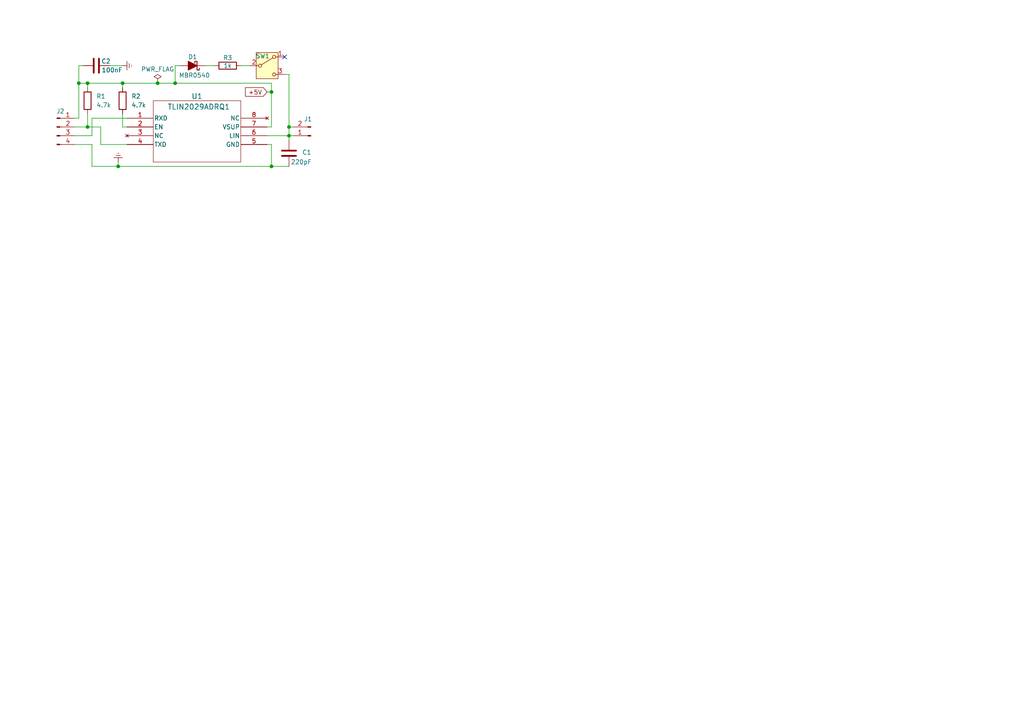
<source format=kicad_sch>
(kicad_sch (version 20250114) (generator "eeschema") (generator_version "9.0")
  (paper "A4")
  (title_block (title "LINBoard") (date "2025-11-15") (rev "v1.0") (company "RaphWeb"))
  (lib_symbols
    (symbol "2025-11-15_09-14-30:TLIN2029ADRQ1" (pin_names (offset 0.254))
      (property "Reference" "U" (at 20.32 10.16 0))
      (property "Value" "TLIN2029ADRQ1" (at 20.32 7.62 0))
      (symbol "TLIN2029ADRQ1_0_1"
        (polyline (pts (xy 7.62 5.08) (xy 7.62 -12.7)) (stroke (width 0.127)))
        (polyline (pts (xy 7.62 -12.7) (xy 33.02 -12.7)) (stroke (width 0.127)))
        (polyline (pts (xy 33.02 5.08) (xy 7.62 5.08)) (stroke (width 0.127)))
        (polyline (pts (xy 33.02 -12.7) (xy 33.02 5.08)) (stroke (width 0.127)))
        (pin output line (at 0 0 0) (length 7.62) (name "RXD") (number "1"))
        (pin input line (at 0 -2.54 0) (length 7.62) (name "EN") (number "2"))
        (pin no_connect line (at 0 -5.08 0) (length 7.62) (name "NC") (number "3"))
        (pin input line (at 0 -7.62 0) (length 7.62) (name "TXD") (number "4"))
        (pin no_connect line (at 40.64 0 180) (length 7.62) (name "NC") (number "8"))
        (pin power_in line (at 40.64 -2.54 180) (length 7.62) (name "VSUP") (number "7"))
        (pin bidirectional line (at 40.64 -5.08 180) (length 7.62) (name "LIN") (number "6"))
        (pin power_out line (at 40.64 -7.62 180) (length 7.62) (name "GND") (number "5"))
      )
    )
    (symbol "Connector:Conn_01x02_Pin" (pin_names (offset 1.016) (hide yes))
      (property "Reference" "J" (at 0 2.54 0))
      (property "Value" "Conn_01x02_Pin" (at 0 -5.08 0))
      (symbol "Conn_01x02_Pin_1_1"
        (rectangle (start 0.8636 0.127) (end 0 -0.127) (stroke (width 0.1524)) (fill (type outline)))
        (rectangle (start 0.8636 -2.413) (end 0 -2.667) (stroke (width 0.1524)) (fill (type outline)))
        (polyline (pts (xy 1.27 0) (xy 0.8636 0)) (stroke (width 0.1524)))
        (polyline (pts (xy 1.27 -2.54) (xy 0.8636 -2.54)) (stroke (width 0.1524)))
        (pin passive line (at 5.08 0 180) (length 3.81) (name "Pin_1") (number "1"))
        (pin passive line (at 5.08 -2.54 180) (length 3.81) (name "Pin_2") (number "2"))
      )
    )
    (symbol "Connector:Conn_01x04_Pin" (pin_names (offset 1.016) (hide yes))
      (property "Reference" "J" (at 0 5.08 0))
      (property "Value" "Conn_01x04_Pin" (at 0 -7.62 0))
      (symbol "Conn_01x04_Pin_1_1"
        (rectangle (start 0.8636 2.667) (end 0 2.413) (stroke (width 0.1524)) (fill (type outline)))
        (rectangle (start 0.8636 0.127) (end 0 -0.127) (stroke (width 0.1524)) (fill (type outline)))
        (rectangle (start 0.8636 -2.413) (end 0 -2.667) (stroke (width 0.1524)) (fill (type outline)))
        (rectangle (start 0.8636 -4.953) (end 0 -5.207) (stroke (width 0.1524)) (fill (type outline)))
        (polyline (pts (xy 1.27 2.54) (xy 0.8636 2.54)) (stroke (width 0.1524)))
        (polyline (pts (xy 1.27 0) (xy 0.8636 0)) (stroke (width 0.1524)))
        (polyline (pts (xy 1.27 -2.54) (xy 0.8636 -2.54)) (stroke (width 0.1524)))
        (polyline (pts (xy 1.27 -5.08) (xy 0.8636 -5.08)) (stroke (width 0.1524)))
        (pin passive line (at 5.08 2.54 180) (length 3.81) (name "Pin_1") (number "1"))
        (pin passive line (at 5.08 0 180) (length 3.81) (name "Pin_2") (number "2"))
        (pin passive line (at 5.08 -2.54 180) (length 3.81) (name "Pin_3") (number "3"))
        (pin passive line (at 5.08 -5.08 180) (length 3.81) (name "Pin_4") (number "4"))
      )
    )
    (symbol "PCM_Capacitor_AKL:C_0805" (pin_numbers (hide yes)) (pin_names (offset 0.254))
      (property "Reference" "C" (at 0.635 2.54 0))
      (property "Value" "C_0805" (at 0.635 -2.54 0))
      (symbol "C_0805_0_1"
        (polyline (pts (xy -2.032 0.762) (xy 2.032 0.762)) (stroke (width 0.508)))
        (polyline (pts (xy -2.032 -0.762) (xy 2.032 -0.762)) (stroke (width 0.508)))
      )
      (symbol "C_0805_0_2"
        (polyline (pts (xy -2.54 -2.54) (xy -0.381 -0.381)))
        (polyline (pts (xy -0.508 -0.508) (xy -1.651 0.635)) (stroke (width 0.508)))
        (polyline (pts (xy -0.508 -0.508) (xy 0.635 -1.651)) (stroke (width 0.508)))
        (polyline (pts (xy 0.381 0.381) (xy 2.54 2.54)))
        (polyline (pts (xy 0.508 0.508) (xy -0.635 1.651)) (stroke (width 0.508)))
        (polyline (pts (xy 0.508 0.508) (xy 1.651 -0.635)) (stroke (width 0.508)))
      )
      (symbol "C_0805_1_1"
        (pin passive line (at 0 3.81 270) (length 2.794) (name "~") (number "1"))
        (pin passive line (at 0 -3.81 90) (length 2.794) (name "~") (number "2"))
      )
      (symbol "C_0805_1_2"
        (pin passive line (at -2.54 -2.54 90) (length 0) (name "~") (number "2"))
        (pin passive line (at 2.54 2.54 270) (length 0) (name "~") (number "1"))
      )
    )
    (symbol "PCM_Diode_Schottky_AKL:MBR0540" (pin_numbers (hide yes)) (pin_names (offset 1.016) (hide yes))
      (property "Reference" "D" (at 0 5.08 0))
      (property "Value" "MBR0540" (at 0 2.54 0))
      (symbol "MBR0540_0_1"
        (polyline (pts (xy -1.27 0) (xy 1.27 0)))
        (polyline (pts (xy -1.27 -1.27) (xy -1.27 1.27) (xy 1.27 0) (xy -1.27 -1.27)) (stroke (width 0.254)) (fill (type outline)))
        (polyline (pts (xy 1.905 -0.762) (xy 1.905 -1.27) (xy 1.27 -1.27) (xy 1.27 1.27) (xy 0.635 1.27) (xy 0.635 0.762)) (stroke (width 0.254)))
      )
      (symbol "MBR0540_0_2"
        (polyline (pts (xy -2.54 -2.54) (xy 2.54 2.54)))
        (polyline (pts (xy -0.889 -0.889) (xy -1.778 0) (xy 0.889 0.889) (xy 0 -1.778) (xy -0.889 -0.889)) (stroke (width 0.254)) (fill (type outline)))
        (polyline (pts (xy 0 1.778) (xy 1.778 0)) (stroke (width 0.254)))
        (polyline (pts (xy 0 1.778) (xy -0.381 1.397) (xy 0 1.016)) (stroke (width 0.254)))
        (polyline (pts (xy 1.778 0) (xy 2.159 0.381) (xy 1.778 0.762)) (stroke (width 0.254)))
      )
      (symbol "MBR0540_1_1"
        (pin passive line (at -3.81 0 0) (length 2.54) (name "A") (number "2"))
        (pin passive line (at 3.81 0 180) (length 2.54) (name "K") (number "1"))
      )
      (symbol "MBR0540_1_2"
        (pin passive line (at -2.54 -2.54 0) (length 0) (name "A") (number "2"))
        (pin passive line (at 2.54 2.54 180) (length 0) (name "K") (number "1"))
      )
    )
    (symbol "PCM_Resistor_AKL:R_0805" (pin_numbers (hide yes)) (pin_names (offset 0))
      (property "Reference" "R" (at 2.54 1.27 0))
      (property "Value" "R_0805" (at 2.54 -1.27 0))
      (symbol "R_0805_0_1"
        (rectangle (start -1.016 2.54) (end 1.016 -2.54) (stroke (width 0.254)))
      )
      (symbol "R_0805_0_2"
        (polyline (pts (xy -2.54 -2.54) (xy -1.524 -1.524)))
        (polyline (pts (xy 1.524 1.524) (xy 2.54 2.54)))
        (polyline (pts (xy 1.524 1.524) (xy 0.889 2.159) (xy -2.159 -0.889) (xy -0.889 -2.159) (xy 2.159 0.889) (xy 1.524 1.524)) (stroke (width 0.254)))
      )
      (symbol "R_0805_1_1"
        (pin passive line (at 0 3.81 270) (length 1.27) (name "~") (number "1"))
        (pin passive line (at 0 -3.81 90) (length 1.27) (name "~") (number "2"))
      )
      (symbol "R_0805_1_2"
        (pin passive line (at -2.54 -2.54 0) (length 0) (name "") (number "2"))
        (pin passive line (at 2.54 2.54 180) (length 0) (name "") (number "1"))
      )
    )
    (symbol "Switch:SW_SPDT" (pin_names (offset 0) (hide yes))
      (property "Reference" "SW" (at 0 5.08 0))
      (property "Value" "SW_SPDT" (at 0 -5.08 0))
      (symbol "SW_SPDT_0_1"
        (circle (center -2.032 0) (radius 0.4572))
        (polyline (pts (xy -1.651 0.254) (xy 1.651 2.286)))
        (circle (center 2.032 2.54) (radius 0.4572))
        (circle (center 2.032 -2.54) (radius 0.4572))
      )
      (symbol "SW_SPDT_1_1"
        (rectangle (start -3.175 3.81) (end 3.175 -3.81) (fill (type background)))
        (pin passive line (at -5.08 0 0) (length 2.54) (name "B") (number "2"))
        (pin passive line (at 5.08 2.54 180) (length 2.54) (name "A") (number "1"))
        (pin passive line (at 5.08 -2.54 180) (length 2.54) (name "C") (number "3"))
      )
    )
    (symbol "power:GNDREF" (power) (pin_numbers (hide yes)) (pin_names (offset 0) (hide yes))
      (property "Value" "GNDREF" (at 0 -3.81 0))
      (symbol "GNDREF_0_1"
        (polyline (pts (xy -0.635 -1.905) (xy 0.635 -1.905)))
        (polyline (pts (xy -0.127 -2.54) (xy 0.127 -2.54)))
        (polyline (pts (xy 0 -1.27) (xy 0 0)))
        (polyline (pts (xy 1.27 -1.27) (xy -1.27 -1.27)))
      )
      (symbol "GNDREF_1_1"
        (pin power_in line (at 0 0 270) (length 0) (name "~") (number "1"))
      )
    )
    (symbol "power:PWR_FLAG" (power) (pin_numbers (hide yes)) (pin_names (offset 0) (hide yes))
      (property "Value" "PWR_FLAG" (at 0 3.81 0))
      (symbol "PWR_FLAG_0_0"
        (pin power_out line (at 0 0 90) (length 0) (name "~") (number "1"))
      )
      (symbol "PWR_FLAG_0_1"
        (polyline (pts (xy 0 0) (xy 0 1.27) (xy -1.016 1.905) (xy 0 2.54) (xy 1.016 1.905) (xy 0 1.27)))
      )
    )
  )
  (junction (at 50.8 24.13))
  (junction (at 22.86 24.13))
  (junction (at 83.82 39.37))
  (junction (at 78.74 26.67))
  (junction (at 35.56 24.13))
  (junction (at 34.29 48.26))
  (junction (at 83.82 36.83))
  (junction (at 25.4 36.83))
  (junction (at 78.74 48.26))
  (junction (at 25.4 24.13))
  (junction (at 45.72 24.13))
  (no_connect (at 82.55 16.51))
  (wire (pts (xy 35.56 25.4) (xy 35.56 24.13)))
  (wire (pts (xy 78.74 24.13) (xy 50.8 24.13)))
  (wire (pts (xy 34.29 48.26) (xy 78.74 48.26)))
  (wire (pts (xy 22.86 24.13) (xy 22.86 34.29)))
  (wire (pts (xy 45.72 24.13) (xy 50.8 24.13)))
  (wire (pts (xy 26.67 41.91) (xy 26.67 48.26)))
  (wire (pts (xy 29.21 36.83) (xy 29.21 41.91)))
  (wire (pts (xy 29.21 41.91) (xy 36.83 41.91)))
  (wire (pts (xy 21.59 36.83) (xy 25.4 36.83)))
  (wire (pts (xy 35.56 24.13) (xy 45.72 24.13)))
  (wire (pts (xy 83.82 21.59) (xy 82.55 21.59)))
  (wire (pts (xy 77.47 26.67) (xy 78.74 26.67)))
  (wire (pts (xy 83.82 36.83) (xy 85.09 36.83)))
  (wire (pts (xy 69.85 19.05) (xy 72.39 19.05)))
  (wire (pts (xy 35.56 33.02) (xy 35.56 36.83)))
  (wire (pts (xy 83.82 40.64) (xy 83.82 39.37)))
  (wire (pts (xy 50.8 24.13) (xy 50.8 19.05)))
  (wire (pts (xy 77.47 36.83) (xy 78.74 36.83)))
  (wire (pts (xy 78.74 41.91) (xy 78.74 48.26)))
  (wire (pts (xy 78.74 48.26) (xy 83.82 48.26)))
  (wire (pts (xy 21.59 41.91) (xy 26.67 41.91)))
  (wire (pts (xy 78.74 26.67) (xy 78.74 24.13)))
  (wire (pts (xy 25.4 33.02) (xy 25.4 36.83)))
  (wire (pts (xy 78.74 36.83) (xy 78.74 26.67)))
  (wire (pts (xy 50.8 19.05) (xy 52.07 19.05)))
  (wire (pts (xy 31.75 19.05) (xy 35.56 19.05)))
  (wire (pts (xy 22.86 19.05) (xy 22.86 24.13)))
  (wire (pts (xy 21.59 39.37) (xy 26.67 39.37)))
  (wire (pts (xy 25.4 25.4) (xy 25.4 24.13)))
  (wire (pts (xy 35.56 36.83) (xy 36.83 36.83)))
  (wire (pts (xy 59.69 19.05) (xy 62.23 19.05)))
  (wire (pts (xy 26.67 39.37) (xy 26.67 34.29)))
  (wire (pts (xy 34.29 48.26) (xy 34.29 46.99)))
  (wire (pts (xy 77.47 41.91) (xy 78.74 41.91)))
  (wire (pts (xy 22.86 19.05) (xy 24.13 19.05)))
  (wire (pts (xy 77.47 39.37) (xy 83.82 39.37)))
  (wire (pts (xy 26.67 34.29) (xy 36.83 34.29)))
  (wire (pts (xy 83.82 21.59) (xy 83.82 36.83)))
  (wire (pts (xy 26.67 48.26) (xy 34.29 48.26)))
  (wire (pts (xy 83.82 36.83) (xy 83.82 39.37)))
  (wire (pts (xy 83.82 39.37) (xy 85.09 39.37)))
  (wire (pts (xy 22.86 24.13) (xy 25.4 24.13)))
  (wire (pts (xy 22.86 34.29) (xy 21.59 34.29)))
  (wire (pts (xy 25.4 36.83) (xy 29.21 36.83)))
  (wire (pts (xy 35.56 24.13) (xy 25.4 24.13)))
  (global_label "+5V" (shape input) (at 77.47 26.67 180) (property "Intersheetrefs" "${INTERSHEET_REFS}" (effects (hide yes))))
  (symbol (lib_id "PCM_Capacitor_AKL:C_0805") (at 83.82 44.45 0) (unit 1)
    (property "Reference" "C1" (at 87.63 44.196 0) (effects (justify left)))
    (property "Value" "220pF" (at 84.328 46.99 0) (effects (justify left)))
    (property "Footprint" "Capacitor_SMD:C_0805_2012Metric" (effects (hide yes)))
    (property "Description" "SMD 0805 MLCC capacitor, Alternate KiCad Library" (effects (hide yes)))
  )
  (symbol (lib_id "power:GNDREF") (at 35.56 19.05 90) (unit 1)
    (property "Reference" "#PWR02" (effects (hide yes)))
    (property "Value" "GNDREF" (effects (hide yes)))
    (property "Description" "Power symbol creates a global label with name \"GNDREF\" , reference supply ground" (effects (hide yes)))
  )
  (symbol (lib_id "PCM_Resistor_AKL:R_0805") (at 35.56 29.21 0) (unit 1)
    (property "Reference" "R2" (at 38.1 27.9399 0) (effects (justify left)))
    (property "Value" "4.7k" (at 38.1 30.4799 0) (effects (justify left)))
    (property "Footprint" "Resistor_SMD:R_0805_2012Metric" (effects (hide yes)))
    (property "Description" "SMD 0805 Chip Resistor, European Symbol, Alternate KiCad Library" (effects (hide yes)))
  )
  (symbol (lib_id "2025-11-15_09-14-30:TLIN2029ADRQ1") (at 36.83 34.29 0) (unit 1)
    (property "Reference" "U1" (at 57.15 27.94 0) (effects (font (size 1.524 1.524))))
    (property "Value" "TLIN2029ADRQ1" (at 57.658 30.988 0) (effects (font (size 1.524 1.524))))
    (property "Footprint" "TLIN2029ADRQ1:SOIC8_D_TEX" (effects (hide yes)))
    (property "Datasheet" "https://www.ti.com/lit/gpn/tlin2029a-q1" (effects (hide yes)))
  )
  (symbol (lib_id "Connector:Conn_01x02_Pin") (at 90.17 39.37 180) (unit 1)
    (property "Reference" "J1" (at 88.138 34.544 0) (effects (justify right)))
    (property "Value" "Conn_01x02_Pin" (effects (hide yes)))
    (property "Footprint" "Connector_PinHeader_2.54mm:PinHeader_1x02_P2.54mm_Vertical" (effects (hide yes)))
    (property "Description" "Generic connector, single row, 01x02, script generated" (effects (hide yes)))
  )
  (symbol (lib_id "power:GNDREF") (at 34.29 46.99 180) (unit 1)
    (property "Reference" "#PWR01" (effects (hide yes)))
    (property "Value" "GNDREF" (effects (hide yes)))
    (property "Description" "Power symbol creates a global label with name \"GNDREF\" , reference supply ground" (effects (hide yes)))
  )
  (symbol (lib_id "PCM_Resistor_AKL:R_0805") (at 66.04 19.05 90) (unit 1)
    (property "Reference" "R3" (at 66.04 16.764 90))
    (property "Value" "1k" (at 66.04 19.05 90))
    (property "Footprint" "Resistor_SMD:R_0805_2012Metric" (effects (hide yes)))
    (property "Description" "SMD 0805 Chip Resistor, European Symbol, Alternate KiCad Library" (effects (hide yes)))
  )
  (symbol (lib_id "power:PWR_FLAG") (at 45.72 24.13 0) (unit 1)
    (property "Reference" "#FLG01" (effects (hide yes)))
    (property "Value" "PWR_FLAG" (at 45.72 20.066 0))
    (property "Description" "Special symbol for telling ERC where power comes from" (effects (hide yes)))
  )
  (symbol (lib_id "PCM_Capacitor_AKL:C_0805") (at 27.94 19.05 90) (unit 1)
    (property "Reference" "C2" (at 30.734 17.78 90))
    (property "Value" "100nF" (at 32.512 20.32 90))
    (property "Footprint" "Capacitor_SMD:C_0805_2012Metric" (effects (hide yes)))
    (property "Description" "SMD 0805 MLCC capacitor, Alternate KiCad Library" (effects (hide yes)))
  )
  (symbol (lib_id "Switch:SW_SPDT") (at 77.47 19.05 0) (unit 1)
    (property "Reference" "SW1" (at 76.2 16.256 0))
    (property "Value" "SW_SPDT" (effects (hide yes)))
    (property "Footprint" "SW_SPDT_Shouhan_MSK12C02:SW_SPDT_Shouhan_MSK12C02" (effects (hide yes)))
    (property "Description" "Switch, single pole double throw" (effects (hide yes)))
  )
  (symbol (lib_id "PCM_Diode_Schottky_AKL:MBR0540") (at 55.88 19.05 0) (unit 1)
    (property "Reference" "D1" (at 55.88 16.51 0))
    (property "Value" "MBR0540" (at 56.388 21.844 0))
    (property "Footprint" "Diode_SMD:D_SOD-123" (effects (hide yes)))
    (property "Datasheet" "https://www.tme.eu/Document/297dc4ce1d753c2d625b0cefcaf1d677/MBR0540.pdf" (effects (hide yes)))
    (property "Description" "SOD-123 Schottky diode, 40V, 0.5A, Alternate KiCAD Library" (effects (hide yes)))
  )
  (symbol (lib_id "PCM_Resistor_AKL:R_0805") (at 25.4 29.21 0) (unit 1)
    (property "Reference" "R1" (at 27.94 27.9399 0) (effects (justify left)))
    (property "Value" "4.7k" (at 27.94 30.4799 0) (effects (justify left)))
    (property "Footprint" "Resistor_SMD:R_0805_2012Metric" (effects (hide yes)))
    (property "Description" "SMD 0805 Chip Resistor, European Symbol, Alternate KiCad Library" (effects (hide yes)))
  )
  (symbol (lib_id "Connector:Conn_01x04_Pin") (at 16.51 36.83 0) (unit 1)
    (property "Reference" "J2" (at 17.526 32.258 0))
    (property "Footprint" "Connector_PinHeader_2.54mm:PinHeader_1x04_P2.54mm_Vertical" (effects (hide yes)))
    (property "Description" "Generic connector, single row, 01x04, script generated" (effects (hide yes)))
  )
)
</source>
